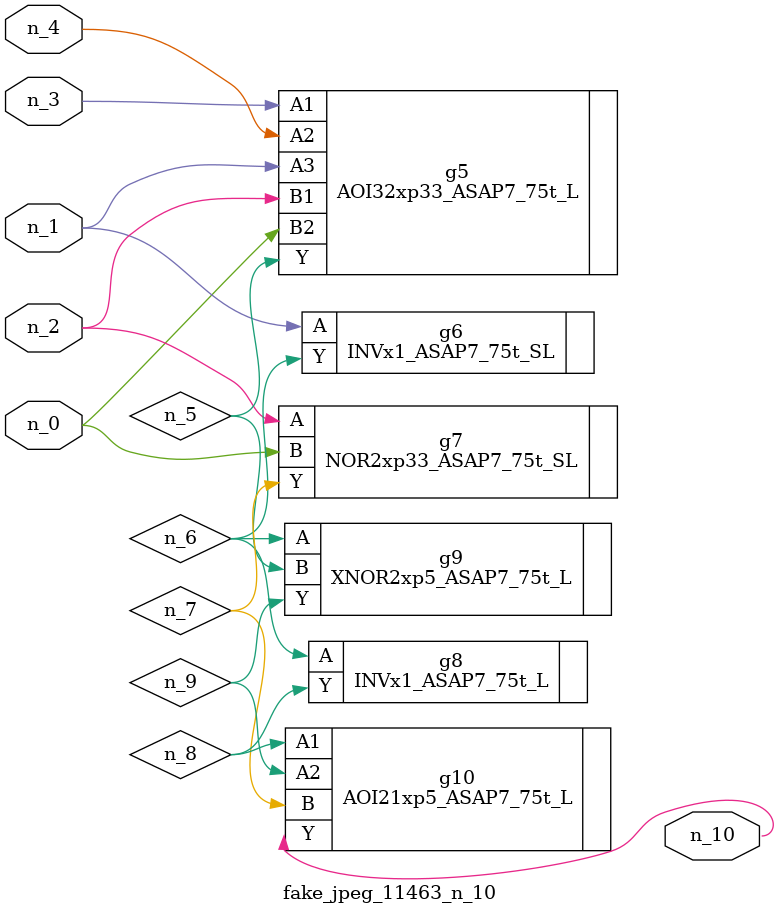
<source format=v>
module fake_jpeg_11463_n_10 (n_3, n_2, n_1, n_0, n_4, n_10);

input n_3;
input n_2;
input n_1;
input n_0;
input n_4;

output n_10;

wire n_8;
wire n_9;
wire n_6;
wire n_5;
wire n_7;

AOI32xp33_ASAP7_75t_L g5 ( 
.A1(n_3),
.A2(n_4),
.A3(n_1),
.B1(n_2),
.B2(n_0),
.Y(n_5)
);

INVx1_ASAP7_75t_SL g6 ( 
.A(n_1),
.Y(n_6)
);

NOR2xp33_ASAP7_75t_SL g7 ( 
.A(n_2),
.B(n_0),
.Y(n_7)
);

INVx1_ASAP7_75t_L g8 ( 
.A(n_6),
.Y(n_8)
);

AOI21xp5_ASAP7_75t_L g10 ( 
.A1(n_8),
.A2(n_9),
.B(n_7),
.Y(n_10)
);

XNOR2xp5_ASAP7_75t_L g9 ( 
.A(n_6),
.B(n_5),
.Y(n_9)
);


endmodule
</source>
